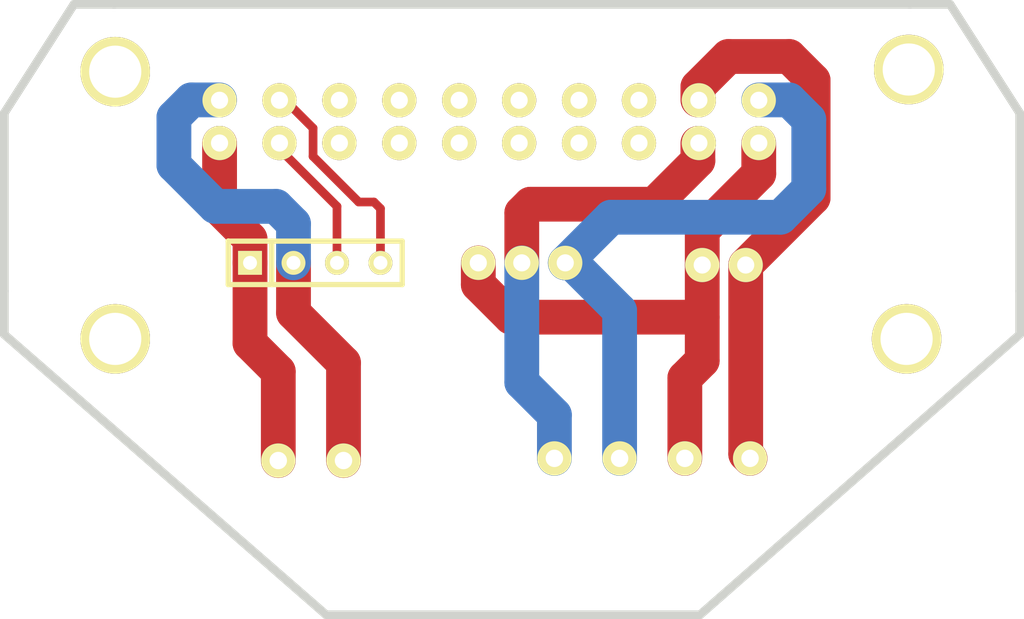
<source format=kicad_pcb>
(kicad_pcb (version 4) (host json2kicad_pcb "2021-02-05 00:02:14")

  (general
    (links 0)
    (no_connects 0)
    (area -28.575 -15.75 30.734 21.463)
    (thickness 1.6002)
    (drawings 0)
    (tracks 62)
    (zones 0)
    (modules 10)
    (nets 93)
  )

  (page A3)
  (title_block
    (date "30 dec 2015")
  )

  (layers
  (0 B.Cu signal)
  (1 Inner1.Cu signal)
  (2 Inner2.Cu signal)
  (15 F.Cu signal)
  (20 B.SilkS user)
  (21 F.SilkS user)
  (22 B.Paste user)
  (23 F.Paste user)
  (24 Dwgs.User user)
  (25 Cmts.User user)
  (26 Eco1.User user)
  (27 Eco2.User user)
  (28 Edge.Cuts user)
  (31 B.Cu signal)
  (32 B.Adhes user)
  (33 F.Adhes user)
  (34 B.Paste user)
  (35 F.Paste user)
  (36 B.SilkS user)
  (37 F.SilkS user)
  (38 B.Mask user)
  (39 F.Mask user)
  (40 Dwgs.User user)
  (41 Cmts.User user)
  (42 Eco1.User user)
  (43 Eco2.User user)
  (44 Edge.Cuts user)
  )

  (setup
(last_trace_width 0.254)
    (trace_clearance 0.254)
    (zone_clearance 0.508)
    (zone_45_only no)
    (trace_min 0.254)
    (segment_width 0.2)
    (edge_width 0.1)
    (via_size 1.19888)
    (via_drill 0.635)
    (via_min_size 0.889)
    (via_min_drill 0.508)
    (uvia_size 0.508)
    (uvia_drill 0.127)
    (uvias_allowed no)
    (uvia_min_size 0.508)
    (uvia_min_drill 0.127)
    (pcb_text_width 0.3)
    (pcb_text_size 1.5 1.5)
    (mod_edge_width 0.15)
    (mod_text_size 1 1)
    (mod_text_width 0.15)
    (pad_size 1.5 1.5)
    (pad_drill 0.6)
    (pad_to_mask_clearance 0)
    (aux_axis_origin 0 0)
    (visible_elements 7FFFFFFF)
    (pcbplotparams
      (layerselection 0x00030_80000001)
      (usegerberextensions true)
      (excludeedgelayer true)
      (linewidth 0.150000)
      (plotframeref false)
      (viasonmask false)
      (mode 1)
      (useauxorigin false)
      (hpglpennumber 1)
      (hpglpenspeed 20)
      (hpglpendiameter 15)
      (hpglpenoverlay 2)
      (psnegative false)
      (psa4output false)
      (plotreference true)
      (plotvalue true)
      (plotinvisibletext false)
      (padsonsilk false)
      (subtractmaskfromsilk false)
      (outputformat 1)
      (mirror false)
      (drillshape 1)
      (scaleselection 1)
      (outputdirectory ""))
  )

  (net 0 "")
  (net 1 "N-00001")
  (net 2 "N-00002")
  (net 3 "N-00003")
  (net 4 "N-00004")
  (net 5 "N-00005")
  (net 6 "N-00006")
  (net 7 "N-00007")
  (net 8 "N-00008")
  (net 9 "N-00009")
  (net 10 "N-00010")
  (net 11 "N-00011")
  (net 12 "N-00012")
  (net 13 "N-00013")
  (net 14 "N-00014")
  (net 15 "N-00015")
  (net 16 "N-00016")
  (net 17 "N-00017")
  (net 18 "N-00018")
  (net 19 "N-00019")
  (net 20 "N-00020")
  (net 21 "N-00021")
  (net 22 "N-00022")
  (net 23 "N-00023")
  (net 24 "N-00024")
  (net 25 "N-00025")
  (net 26 "N-00026")
  (net 27 "N-00027")
  (net 28 "N-00028")
  (net 29 "N-00029")
  (net 30 "N-00030")
  (net 31 "N-00031")
  (net 32 "N-00032")
  (net 33 "N-00033")
  (net 34 "N-00034")
  (net 35 "N-00035")
  (net 36 "N-00036")
  (net 37 "N-00037")
  (net 38 "N-00038")
  (net 39 "N-00039")
  (net 40 "N-00040")
  (net 41 "N-00041")
  (net 42 "N-00042")
  (net 43 "N-00043")
  (net 44 "N-00044")
  (net 45 "N-00045")
  (net 46 "N-00046")
  (net 47 "N-00047")
  (net 48 "N-00048")
  (net 49 "N-00049")
  (net 50 "N-00050")
  (net 51 "N-00051")
  (net 52 "N-00052")
  (net 53 "N-00053")
  (net 54 "N-00054")
  (net 55 "N-00055")
  (net 56 "N-00056")
  (net 57 "N-00057")
  (net 58 "N-00058")
  (net 59 "N-00059")
  (net 60 "N-00060")
  (net 61 "N-00061")
  (net 62 "N-00062")
  (net 63 "N-00063")
  (net 64 "N-00064")
  (net 65 "N-00065")
  (net 66 "N-00066")
  (net 67 "N-00067")
  (net 68 "N-00068")
  (net 69 "N-00069")
  (net 70 "N-00070")
  (net 75 "N-00075")
  (net 80 "N-00080")
  (net 76 "N-00076")
  (net 81 "N-00081")
  (net 82 "N-00082")
  (net 83 "N-00083")
  (net 84 "N-00084")
  (net 85 "N-00085")
  (net 88 "N-00088")
  (net 89 "N-00089")
  (net 90 "N-00090")
  (net 91 "N-00091")
  (net 92 "N-00092")
  (net 93 "N-00093")
  (net 94 "N-00094")
  (net 95 "N-00095")
  (net 100 "N-00100")
  (net 110 "N-00110")
  (net 105 "N-00105")
  (net 103 "N-00103")
  (net 112 "N-00112")
  (net 113 "N-00113")

  (net_class Default "This is the default net class."
    (via_dia 1.19888)
    (via_drill 0.635)
    (uvia_drill 0.127)
    (trace_width 0.254)
    (uvia_dia 0.508)
    (clearance 0.254)
    (add_net "")
    (add_net "N-00001")
    (add_net "N-00002")
    (add_net "N-00003")
    (add_net "N-00004")
    (add_net "N-00005")
    (add_net "N-00006")
    (add_net "N-00007")
    (add_net "N-00008")
    (add_net "N-00009")
    (add_net "N-00010")
    (add_net "N-00011")
    (add_net "N-00012")
    (add_net "N-00013")
    (add_net "N-00014")
    (add_net "N-00015")
    (add_net "N-00016")
    (add_net "N-00017")
    (add_net "N-00018")
    (add_net "N-00019")
    (add_net "N-00020")
    (add_net "N-00021")
    (add_net "N-00022")
    (add_net "N-00023")
    (add_net "N-00024")
    (add_net "N-00025")
    (add_net "N-00026")
    (add_net "N-00027")
    (add_net "N-00028")
    (add_net "N-00029")
    (add_net "N-00030")
    (add_net "N-00031")
    (add_net "N-00024")
    (add_net "N-00025")
    (add_net "N-00026")
    (add_net "N-00027")
    (add_net "N-00020")
    (add_net "N-00021")
    (add_net "N-00022")
    (add_net "N-00023")
    (add_net "N-00040")
    (add_net "N-00041")
    (add_net "N-00042")
    (add_net "N-00043")
    (add_net "N-00028")
    (add_net "N-00029")
    (add_net "N-00046")
    (add_net "N-00047")
    (add_net "N-00048")
    (add_net "")
    (add_net "N-00050")
    (add_net "N-00051")
    (add_net "N-00052")
    (add_net "N-00004")
    (add_net "N-00054")
    (add_net "N-00055")
    (add_net "N-00056")
    (add_net "N-00008")
    (add_net "N-00058")
    (add_net "N-00059")
    (add_net "N-00060")
    (add_net "N-00061")
    (add_net "N-00062")
    (add_net "N-00063")
    (add_net "N-00064")
    (add_net "N-00065")
    (add_net "N-00066")
    (add_net "N-00067")
    (add_net "N-00068")
    (add_net "N-00069")
    (add_net "N-00070")
    (add_net "N-00075")
    (add_net "N-00076")
    (add_net "N-00080")
    (add_net "N-00081")
    (add_net "N-00082")
    (add_net "N-00083")
    (add_net "N-00084")
    (add_net "N-00085")
    (add_net "N-00088")
    (add_net "N-00089")
    (add_net "N-00090")
    (add_net "N-00091")
    (add_net "N-00092")
    (add_net "N-00093")
    (add_net "N-00094")
    (add_net "N-00095")
    (add_net "N-00059")
    (add_net "N-00058")
    (add_net "N-00103")
    (add_net "N-00055")
    (add_net "N-00054")
    (add_net "N-00057")
    (add_net "N-00056")
    (add_net "N-00051")
    (add_net "N-00050")
    (add_net "N-00053")
    (add_net "N-00052")
    (add_net "N-00112")
    (add_net "N-00113")
    (add_net "N-00105")
    (add_net "N-00088")
    (add_net "N-00089")
    (add_net "N-00110")
    (add_net "N-00113")
    (add_net "N-00112")
    (add_net "N-00082")
    (add_net "N-00039")
    (add_net "N-00080")
    (add_net "N-00081")
    (add_net "N-00084")
    (add_net "N-00085")
    (add_net "N-00110")
    (add_net "N-00003")
    (add_net "N-00007")
    (add_net "N-00032")
    (add_net "N-00033")
    (add_net "N-00034")
    (add_net "N-00035")
    (add_net "N-00036")
    (add_net "N-00100")
    (add_net "N-00037")
    (add_net "N-00039")
    (add_net "N-00038")
    (add_net "N-00038")
    (add_net "N-00033")
    (add_net "N-00032")
    (add_net "N-00031")
    (add_net "N-00030")
    (add_net "N-00037")
    (add_net "N-00036")
    (add_net "N-00035")
    (add_net "N-00034")
    (add_net "N-00044")
    (add_net "N-00045")
    (add_net "N-00060")
    (add_net "N-00061")
    (add_net "N-00062")
    (add_net "N-00063")
    (add_net "N-00064")
    (add_net "N-00065")
    (add_net "N-00066")
    (add_net "N-00067")
    (add_net "N-00068")
    (add_net "N-00069")
    (add_net "N-00049")
    (add_net "N-00002")
    (add_net "N-00006")
    (add_net "N-00105")
    (add_net "N-00053")
    (add_net "N-00057")
    (add_net "N-00091")
    (add_net "N-00090")
    (add_net "N-00093")
    (add_net "N-00092")
    (add_net "N-00095")
    (add_net "N-00094")
    (add_net "N-00011")
    (add_net "N-00010")
    (add_net "N-00013")
    (add_net "N-00012")
    (add_net "N-00015")
    (add_net "N-00014")
    (add_net "N-00017")
    (add_net "N-00016")
    (add_net "N-00019")
    (add_net "N-00018")
    (add_net "N-00103")
    (add_net "N-00083")
    (add_net "N-00048")
    (add_net "N-00049")
    (add_net "N-00046")
    (add_net "N-00047")
    (add_net "N-00044")
    (add_net "N-00045")
    (add_net "N-00042")
    (add_net "N-00043")
    (add_net "N-00040")
    (add_net "N-00041")
    (add_net "N-00001")
    (add_net "N-00005")
    (add_net "N-00009")
    (add_net "N-00100")
    (add_net "N-00076")
    (add_net "N-00075")
    (add_net "N-00070")
  )
  (segment (start 16.764 -1.778) (end 6.858 -1.778) (width 2.032) (layer F.Cu) (net 70))
  (module "meow"
    (layer "F.Cu")
    (tedit 0)
    (tstamp 0)
    (at 1.651 0.889 90.00)
    (fp_text reference ""
      (at 0.0 0.0 0.00)
      (layer F.SilkS)
      (effects (font (size 0.0 0.0)
        (thickness 0.0)))
    )
    (fp_text reference ""
      (at 0.0 0.0 0.00)
      (layer F.SilkS)
      (effects (font (size 0.0 0.0)
        (thickness 0.0)))
    )
    (pad 1 thru_hole circle (at 0.0 -2.54 90.00) (size 2.0 2.0) (drill 1.0) (layers "B.Cu" "Inner1.Cu" "Inner2.Cu" "F.Cu" "F.SilkS" "B.Paste" "F.Paste") (net 69 N-00069))
    (pad 2 thru_hole circle (at 0.0 0.0 90.00) (size 2.0 2.0) (drill 1.0) (layers "B.Cu" "Inner1.Cu" "Inner2.Cu" "F.Cu" "F.SilkS" "B.Paste" "F.Paste") (net 67 N-00067))
    (pad 3 thru_hole circle (at 0.0 2.54 90.00) (size 2.0 2.0) (drill 1.0) (layers "B.Cu" "Inner1.Cu" "Inner2.Cu" "F.Cu" "F.SilkS" "B.Paste" "F.Paste") (net 70 N-00070))
  )

  (segment (start 11.938 -8.636) (end 11.938 -9.398) (width 2.032) (layer B.Cu) (net 68))
  (module "meow"
    (layer "F.Cu")
    (tedit 0)
    (tstamp 0)
    (at 13.462 1.016 90.00)
    (fp_text reference ""
      (at 0.0 0.0 0.00)
      (layer F.SilkS)
      (effects (font (size 0.0 0.0)
        (thickness 0.0)))
    )
    (fp_text reference ""
      (at 0.0 0.0 0.00)
      (layer F.SilkS)
      (effects (font (size 0.0 0.0)
        (thickness 0.0)))
    )
    (pad 1 thru_hole circle (at 0.0 -1.27 90.00) (size 2.0 2.0) (drill 1.0) (layers "B.Cu" "Inner1.Cu" "Inner2.Cu" "F.Cu" "F.SilkS" "B.Paste" "F.Paste") (net 69 N-00069))
    (pad 2 thru_hole circle (at 0.0 1.27 90.00) (size 2.0 2.0) (drill 1.0) (layers "B.Cu" "Inner1.Cu" "Inner2.Cu" "F.Cu" "F.SilkS" "B.Paste" "F.Paste") (net 68 N-00068))
  )

  (segment (start 12.192 -1.016) (end 15.494 -4.318) (width 2.032) (layer B.Cu) (net 69))
  (segment (start 15.494 -4.318) (end 15.494 -6.096) (width 2.032) (layer B.Cu) (net 69))
  (segment (start 12.192 1.016) (end 12.192 -1.016) (width 2.032) (layer B.Cu) (net 69))
  (segment (start 1.016 4.064) (end 12.192 4.064) (width 2.032) (layer B.Cu) (net 69))
  (segment (start -14.224 0.889) (end -14.224 5.588) (width 2.032) (layer B.Cu) (net 51))
  (segment (start -12.573 7.239) (end -12.573 12.446) (width 2.032) (layer B.Cu) (net 51))
  (segment (start -14.224 5.588) (end -12.573 7.239) (width 2.032) (layer B.Cu) (net 51))
  (segment (start -11.684 0.889) (end -11.684 3.81) (width 2.032) (layer B.Cu) (net 52))
  (segment (start -8.763 6.731) (end -8.763 12.446) (width 2.032) (layer B.Cu) (net 52))
  (segment (start -11.684 3.81) (end -8.763 6.731) (width 2.032) (layer B.Cu) (net 52))
  (segment (start 11.176 12.319) (end 11.176 7.62) (width 2.032) (layer B.Cu) (net 69))
  (segment (start 15.494 -8.636) (end 15.367 -8.636) (width 0.508) (layer B.Cu) (net 70))
  (segment (start -0.889 0.889) (end -0.889 2.159) (width 2.032) (layer B.Cu) (net 69))
  (segment (start 1.651 -2.032) (end 1.651 0.889) (width 2.032) (layer B.Cu) (net 67))
  (segment (start 2.159 -2.54) (end 1.651 -2.032) (width 2.032) (layer B.Cu) (net 67))
  (segment (start 11.176 7.62) (end 12.192 6.604) (width 2.032) (layer B.Cu) (net 69))
  (segment (start 12.192 -1.016) (end 12.446 -1.27) (width 2.032) (layer B.Cu) (net 69))
  (segment (start 4.191 0.889) (end 4.572 0.889) (width 2.032) (layer F.Cu) (net 70))
  (segment (start 7.366 3.683) (end 7.366 12.319) (width 2.032) (layer F.Cu) (net 70))
  (segment (start 4.572 0.889) (end 7.366 3.683) (width 2.032) (layer F.Cu) (net 70))
  (segment (start 12.192 6.604) (end 12.192 1.016) (width 2.032) (layer B.Cu) (net 69))
  (segment (start 14.732 1.016) (end 14.732 12.065) (width 2.032) (layer B.Cu) (net 68))
  (segment (start 14.732 12.065) (end 14.986 12.319) (width 2.032) (layer B.Cu) (net 68))
  (segment (start 11.938 -9.398) (end 13.716 -11.176) (width 2.032) (layer B.Cu) (net 68))
  (module "SIL-4"
    (layer "F.Cu")
    (tedit 0)
    (tstamp 0)
    (at -10.414 0.889 0.00)
    (fp_text reference "SIL-4"
      (at -2.54 0.0 0.00)
      (layer F.SilkS)
      (effects (font (size 1.08712 0.0)
        (thickness 0.0)))
    )
    (fp_text value "Val**"
      (at -2.54 0.0 0.00)
      (layer F.SilkS)
      (effects (font (size 1.016 0.0)
        (thickness 0.0)))
    )
    (fp_line (start -5.08 -1.27) (end -5.08 -1.27) (layer F.SilkS) (width 0.3048))
    (fp_line (start -5.08 1.27) (end -5.08 -1.27) (layer F.SilkS) (width 0.3048))
    (fp_line (start -5.08 -1.27) (end -5.08 -1.27) (layer F.SilkS) (width 0.3048))
    (fp_line (start -5.08 -1.27) (end 5.08 -1.27) (layer F.SilkS) (width 0.3048))
    (fp_line (start 5.08 -1.27) (end 5.08 1.27) (layer F.SilkS) (width 0.3048))
    (fp_line (start 5.08 1.27) (end -5.08 1.27) (layer F.SilkS) (width 0.3048))
    (fp_line (start -2.54 1.27) (end -2.54 -1.27) (layer F.SilkS) (width 0.3048))
    (pad 1 thru_hole rect (at -3.81 0.0 0.00) (size 1.397 1.397) (drill 0.8128) (layers "B.Cu" "Inner1.Cu" "Inner2.Cu" "F.Cu" "F.SilkS" "B.Paste" "F.Paste") (net 51 N-00051))
    (pad 2 thru_hole circle (at -1.27 0.0 0.00) (size 1.397 1.397) (drill 0.8128) (layers "B.Cu" "Inner1.Cu" "Inner2.Cu" "F.Cu" "F.SilkS" "B.Paste" "F.Paste") (net 52 N-00052))
    (pad 3 thru_hole circle (at 1.27 0.0 0.00) (size 1.397 1.397) (drill 0.8128) (layers "B.Cu" "Inner1.Cu" "Inner2.Cu" "F.Cu" "F.SilkS" "B.Paste" "F.Paste") (net 53 N-00053))
    (pad 4 thru_hole circle (at 3.81 0.0 0.00) (size 1.397 1.397) (drill 0.8128) (layers "B.Cu" "Inner1.Cu" "Inner2.Cu" "F.Cu" "F.SilkS" "B.Paste" "F.Paste") (net 54 N-00054))
  )

  (segment (start -12.446 -8.636) (end -12.192 -8.636) (width 0.508) (layer B.Cu) (net 54))
  (segment (start -12.192 -8.636) (end -10.541 -6.985) (width 0.508) (layer B.Cu) (net 54))
  (segment (start -10.541 -6.985) (end -10.541 -5.334) (width 0.508) (layer B.Cu) (net 54))
  (segment (start -10.541 -5.334) (end -7.874 -2.667) (width 0.508) (layer B.Cu) (net 54))
  (segment (start -7.874 -2.667) (end -6.985 -2.667) (width 0.508) (layer B.Cu) (net 54))
  (segment (start -6.985 -2.667) (end -6.604 -2.286) (width 0.508) (layer B.Cu) (net 54))
  (segment (start -6.604 -2.286) (end -6.604 0.889) (width 0.508) (layer B.Cu) (net 54))
  (segment (start -12.446 -6.096) (end -12.446 -5.715) (width 0.508) (layer B.Cu) (net 53))
  (segment (start -12.446 -5.715) (end -9.144 -2.413) (width 0.508) (layer B.Cu) (net 53))
  (segment (start -9.144 -2.413) (end -9.144 0.889) (width 0.508) (layer B.Cu) (net 53))
  (segment (start -11.684 -1.397) (end -11.684 0.889) (width 2.032) (layer F.Cu) (net 52))
  (segment (start -12.7 -2.413) (end -11.684 -1.397) (width 2.032) (layer F.Cu) (net 52))
  (segment (start -18.669 -7.62) (end -18.669 -4.826) (width 2.032) (layer F.Cu) (net 52))
  (segment (start 17.272 -11.176) (end 18.669 -9.779) (width 2.032) (layer B.Cu) (net 68))
  (segment (start 13.716 -11.176) (end 17.272 -11.176) (width 2.032) (layer B.Cu) (net 68))
  (segment (start -17.653 -8.636) (end -18.669 -7.62) (width 2.032) (layer F.Cu) (net 52))
  (segment (start -16.002 -6.096) (end -16.002 -2.286) (width 2.032) (layer B.Cu) (net 51))
  (segment (start -16.002 -8.636) (end -17.653 -8.636) (width 2.032) (layer F.Cu) (net 52))
  (module "1pin"
    (layer "F.Cu")
    (tedit 0)
    (tstamp 0)
    (at -22.098 -10.287 0.00)
    (fp_text reference "1PIN"
      (at -3.048 0.0 0.00)
      (layer F.SilkS)
      (effects (font (size 1.016 0.0)
        (thickness 0.0)))
    )
    (fp_text value "P***"
      (at 2.794 0.0 0.00)
      (layer F.SilkS)
      (effects (font (size 1.016 0.0)
        (thickness 0.0)))
    )
    (pad 1 thru_hole circle (at 0.0 0.0 0.00) (size 4.064 4.064) (drill 3.048) (layers "B.Cu" "Inner1.Cu" "Inner2.Cu" "F.Cu" "F.SilkS" "B.Paste" "F.Paste") (net 82 N-00082))
  )

  (module "1pin"
    (layer "F.Cu")
    (tedit 0)
    (tstamp 0)
    (at 24.257 -10.414 0.00)
    (fp_text reference "1PIN"
      (at -3.048 0.0 0.00)
      (layer F.SilkS)
      (effects (font (size 1.016 0.0)
        (thickness 0.0)))
    )
    (fp_text value "P***"
      (at 2.794 0.0 0.00)
      (layer F.SilkS)
      (effects (font (size 1.016 0.0)
        (thickness 0.0)))
    )
    (pad 1 thru_hole circle (at 0.0 0.0 0.00) (size 4.064 4.064) (drill 3.048) (layers "B.Cu" "Inner1.Cu" "Inner2.Cu" "F.Cu" "F.SilkS" "B.Paste" "F.Paste") (net 83 N-00083))
  )

  (module "1pin"
    (layer "F.Cu")
    (tedit 0)
    (tstamp 0)
    (at -22.098 5.334 0.00)
    (fp_text reference "1PIN"
      (at -3.048 0.0 0.00)
      (layer F.SilkS)
      (effects (font (size 1.016 0.0)
        (thickness 0.0)))
    )
    (fp_text value "P***"
      (at 2.794 0.0 0.00)
      (layer F.SilkS)
      (effects (font (size 1.016 0.0)
        (thickness 0.0)))
    )
    (pad 1 thru_hole circle (at 0.0 0.0 0.00) (size 4.064 4.064) (drill 3.048) (layers "B.Cu" "Inner1.Cu" "Inner2.Cu" "F.Cu" "F.SilkS" "B.Paste" "F.Paste") (net 84 N-00084))
  )

  (module "1pin"
    (layer "F.Cu")
    (tedit 0)
    (tstamp 0)
    (at 24.13 5.334 0.00)
    (fp_text reference "1PIN"
      (at -3.048 0.0 0.00)
      (layer F.SilkS)
      (effects (font (size 1.016 0.0)
        (thickness 0.0)))
    )
    (fp_text value "P***"
      (at 2.794 0.0 0.00)
      (layer F.SilkS)
      (effects (font (size 1.016 0.0)
        (thickness 0.0)))
    )
    (pad 1 thru_hole circle (at 0.0 0.0 0.00) (size 4.064 4.064) (drill 3.048) (layers "B.Cu" "Inner1.Cu" "Inner2.Cu" "F.Cu" "F.SilkS" "B.Paste" "F.Paste") (net 85 N-00085))
  )

  (gr_line (start -22.225 -14.224) (end 24.384 -14.224) (angle 51566.20) (width 0.508) (layer Edge.Cuts))
  (module "meow"
    (layer "F.Cu")
    (tedit 0)
    (tstamp 0)
    (at -10.668 12.446 -90.00)
    (fp_text reference ">NAME"
      (at 0.0 0.0 0.00)
      (layer F.SilkS)
      (effects (font (size 0.0 0.0)
        (thickness 0.0)))
    )
    (fp_text reference "val**"
      (at 0.0 0.0 0.00)
      (layer F.SilkS)
      (effects (font (size 0.0 0.0)
        (thickness 0.0)))
    )
    (pad 1 thru_hole circle (at 0.0 -1.905 -90.00) (size 1.99898 1.99898) (drill 1.016) (layers "B.Cu" "Inner1.Cu" "Inner2.Cu" "F.Cu" "F.SilkS" "B.Paste" "F.Paste") (net 52 N-00052))
    (pad 2 thru_hole circle (at 0.0 1.905 -90.00) (size 1.99898 1.99898) (drill 1.016) (layers "B.Cu" "Inner1.Cu" "Inner2.Cu" "F.Cu" "F.SilkS" "B.Paste" "F.Paste") (net 51 N-00051))
  )

  (gr_line (start -28.575 -7.874) (end -28.575 2.54) (angle 51566.20) (width 0.508) (layer Edge.Cuts))
  (gr_line (start 30.734 -7.874) (end 30.734 2.54) (angle 51566.20) (width 0.508) (layer Edge.Cuts))
  (segment (start 6.858 -1.778) (end 4.191 0.889) (width 2.032) (layer F.Cu) (net 70))
  (segment (start 3.556 9.779) (end 3.556 12.319) (width 2.032) (layer F.Cu) (net 67))
  (segment (start 1.651 7.874) (end 3.556 9.779) (width 2.032) (layer F.Cu) (net 67))
  (module "meow"
    (layer "F.Cu")
    (tedit 0)
    (tstamp 0)
    (at -0.254 -7.366 90.00)
    (fp_text reference ""
      (at 0.0 0.0 0.00)
      (layer F.SilkS)
      (effects (font (size 0.0 0.0)
        (thickness 0.0)))
    )
    (fp_text reference ""
      (at 0.0 0.0 0.00)
      (layer F.SilkS)
      (effects (font (size 0.0 0.0)
        (thickness 0.0)))
    )
    (pad 1 thru_hole circle (at -1.25 -15.75 90.00) (size 2.0 2.0) (drill 1.0) (layers "B.Cu" "Inner1.Cu" "Inner2.Cu" "F.Cu" "F.SilkS" "B.Paste" "F.Paste") (net 51 N-00051))
    (pad 2 thru_hole circle (at 1.25 -15.75 90.00) (size 2.0 2.0) (drill 1.0) (layers "B.Cu" "Inner1.Cu" "Inner2.Cu" "F.Cu" "F.SilkS" "B.Paste" "F.Paste") (net 52 N-00052))
    (pad 3 thru_hole circle (at -1.25 -12.25 90.00) (size 2.0 2.0) (drill 1.0) (layers "B.Cu" "Inner1.Cu" "Inner2.Cu" "F.Cu" "F.SilkS" "B.Paste" "F.Paste") (net 53 N-00053))
    (pad 4 thru_hole circle (at 1.25 -12.25 90.00) (size 2.0 2.0) (drill 1.0) (layers "B.Cu" "Inner1.Cu" "Inner2.Cu" "F.Cu" "F.SilkS" "B.Paste" "F.Paste") (net 54 N-00054))
    (pad 5 thru_hole circle (at -1.25 -8.75 90.00) (size 2.0 2.0) (drill 1.0) (layers "B.Cu" "Inner1.Cu" "Inner2.Cu" "F.Cu" "F.SilkS" "B.Paste" "F.Paste") (net 55 N-00055))
    (pad 6 thru_hole circle (at 1.25 -8.75 90.00) (size 2.0 2.0) (drill 1.0) (layers "B.Cu" "Inner1.Cu" "Inner2.Cu" "F.Cu" "F.SilkS" "B.Paste" "F.Paste") (net 56 N-00056))
    (pad 7 thru_hole circle (at -1.25 -5.25 90.00) (size 2.0 2.0) (drill 1.0) (layers "B.Cu" "Inner1.Cu" "Inner2.Cu" "F.Cu" "F.SilkS" "B.Paste" "F.Paste") (net 57 N-00057))
    (pad 8 thru_hole circle (at 1.25 -5.25 90.00) (size 2.0 2.0) (drill 1.0) (layers "B.Cu" "Inner1.Cu" "Inner2.Cu" "F.Cu" "F.SilkS" "B.Paste" "F.Paste") (net 58 N-00058))
    (pad 9 thru_hole circle (at -1.25 -1.75 90.00) (size 2.0 2.0) (drill 1.0) (layers "B.Cu" "Inner1.Cu" "Inner2.Cu" "F.Cu" "F.SilkS" "B.Paste" "F.Paste") (net 59 N-00059))
    (pad 10 thru_hole circle (at 1.25 -1.75 90.00) (size 2.0 2.0) (drill 1.0) (layers "B.Cu" "Inner1.Cu" "Inner2.Cu" "F.Cu" "F.SilkS" "B.Paste" "F.Paste") (net 60 N-00060))
    (pad 11 thru_hole circle (at -1.25 1.75 90.00) (size 2.0 2.0) (drill 1.0) (layers "B.Cu" "Inner1.Cu" "Inner2.Cu" "F.Cu" "F.SilkS" "B.Paste" "F.Paste") (net 61 N-00061))
    (pad 12 thru_hole circle (at 1.25 1.75 90.00) (size 2.0 2.0) (drill 1.0) (layers "B.Cu" "Inner1.Cu" "Inner2.Cu" "F.Cu" "F.SilkS" "B.Paste" "F.Paste") (net 62 N-00062))
    (pad 13 thru_hole circle (at -1.25 5.25 90.00) (size 2.0 2.0) (drill 1.0) (layers "B.Cu" "Inner1.Cu" "Inner2.Cu" "F.Cu" "F.SilkS" "B.Paste" "F.Paste") (net 63 N-00063))
    (pad 14 thru_hole circle (at 1.25 5.25 90.00) (size 2.0 2.0) (drill 1.0) (layers "B.Cu" "Inner1.Cu" "Inner2.Cu" "F.Cu" "F.SilkS" "B.Paste" "F.Paste") (net 64 N-00064))
    (pad 15 thru_hole circle (at -1.25 8.75 90.00) (size 2.0 2.0) (drill 1.0) (layers "B.Cu" "Inner1.Cu" "Inner2.Cu" "F.Cu" "F.SilkS" "B.Paste" "F.Paste") (net 65 N-00065))
    (pad 16 thru_hole circle (at 1.25 8.75 90.00) (size 2.0 2.0) (drill 1.0) (layers "B.Cu" "Inner1.Cu" "Inner2.Cu" "F.Cu" "F.SilkS" "B.Paste" "F.Paste") (net 66 N-00066))
    (pad 17 thru_hole circle (at -1.25 12.25 90.00) (size 2.0 2.0) (drill 1.0) (layers "B.Cu" "Inner1.Cu" "Inner2.Cu" "F.Cu" "F.SilkS" "B.Paste" "F.Paste") (net 67 N-00067))
    (pad 18 thru_hole circle (at 1.25 12.25 90.00) (size 2.0 2.0) (drill 1.0) (layers "B.Cu" "Inner1.Cu" "Inner2.Cu" "F.Cu" "F.SilkS" "B.Paste" "F.Paste") (net 68 N-00068))
    (pad 19 thru_hole circle (at -1.25 15.75 90.00) (size 2.0 2.0) (drill 1.0) (layers "B.Cu" "Inner1.Cu" "Inner2.Cu" "F.Cu" "F.SilkS" "B.Paste" "F.Paste") (net 69 N-00069))
    (pad 20 thru_hole circle (at 1.25 15.75 90.00) (size 2.0 2.0) (drill 1.0) (layers "B.Cu" "Inner1.Cu" "Inner2.Cu" "F.Cu" "F.SilkS" "B.Paste" "F.Paste") (net 70 N-00070))
  )

  (segment (start 17.272 -8.636) (end 18.415 -7.493) (width 2.032) (layer F.Cu) (net 70))
  (segment (start 15.494 -8.636) (end 17.272 -8.636) (width 2.032) (layer F.Cu) (net 70))
  (module "meow"
    (layer "F.Cu")
    (tedit 0)
    (tstamp 0)
    (at 9.271 12.319 90.00)
    (fp_text reference ">NAME"
      (at 0.0 0.0 0.00)
      (layer F.SilkS)
      (effects (font (size 0.0 0.0)
        (thickness 0.0)))
    )
    (fp_text reference "val**"
      (at 0.0 0.0 0.00)
      (layer F.SilkS)
      (effects (font (size 0.0 0.0)
        (thickness 0.0)))
    )
    (pad 1 thru_hole circle (at 0.0 -5.715 90.00) (size 1.99898 1.99898) (drill 1.016) (layers "B.Cu" "Inner1.Cu" "Inner2.Cu" "F.Cu" "F.SilkS" "B.Paste" "F.Paste") (net 67 N-00067))
    (pad 2 thru_hole circle (at 0.0 -1.905 90.00) (size 1.99898 1.99898) (drill 1.016) (layers "B.Cu" "Inner1.Cu" "Inner2.Cu" "F.Cu" "F.SilkS" "B.Paste" "F.Paste") (net 70 N-00070))
    (pad 3 thru_hole circle (at 0.0 1.905 90.00) (size 1.99898 1.99898) (drill 1.016) (layers "B.Cu" "Inner1.Cu" "Inner2.Cu" "F.Cu" "F.SilkS" "B.Paste" "F.Paste") (net 69 N-00069))
    (pad 4 thru_hole circle (at 0.0 5.715 90.00) (size 1.99898 1.99898) (drill 1.016) (layers "B.Cu" "Inner1.Cu" "Inner2.Cu" "F.Cu" "F.SilkS" "B.Paste" "F.Paste") (net 68 N-00068))
  )

  (segment (start 18.415 -3.429) (end 16.764 -1.778) (width 2.032) (layer F.Cu) (net 70))
  (segment (start 18.415 -7.493) (end 18.415 -3.429) (width 2.032) (layer F.Cu) (net 70))
  (gr_line (start -9.779 21.463) (end 12.065 21.463) (angle 51566.20) (width 0.508) (layer Edge.Cuts))
  (segment (start -14.224 -0.508) (end -14.224 0.889) (width 2.032) (layer B.Cu) (net 51))
  (segment (start -16.002 -2.286) (end -14.224 -0.508) (width 2.032) (layer B.Cu) (net 51))
  (segment (start 18.669 -9.779) (end 18.669 -2.921) (width 2.032) (layer B.Cu) (net 68))
  (segment (start -18.669 -4.826) (end -16.256 -2.413) (width 2.032) (layer F.Cu) (net 52))
  (segment (start -16.256 -2.413) (end -12.7 -2.413) (width 2.032) (layer F.Cu) (net 52))
  (segment (start 18.669 -2.921) (end 14.732 1.016) (width 2.032) (layer B.Cu) (net 68))
  (segment (start -0.889 2.159) (end 1.016 4.064) (width 2.032) (layer B.Cu) (net 69))
  (segment (start 11.938 -6.096) (end 11.938 -5.08) (width 2.032) (layer B.Cu) (net 67))
  (segment (start 11.938 -5.08) (end 9.398 -2.54) (width 2.032) (layer B.Cu) (net 67))
  (segment (start 9.398 -2.54) (end 2.159 -2.54) (width 2.032) (layer B.Cu) (net 67))
  (segment (start 1.651 0.889) (end 1.651 7.874) (width 2.032) (layer F.Cu) (net 67))
  (gr_line (start -22.098 -14.224) (end -24.511 -14.224) (angle 51566.20) (width 0.508) (layer Edge.Cuts))
  (gr_line (start -24.511 -14.224) (end -28.575 -7.874) (angle 51566.20) (width 0.508) (layer Edge.Cuts))
  (gr_line (start 24.257 -14.224) (end 26.67 -14.224) (angle 51566.20) (width 0.508) (layer Edge.Cuts))
  (gr_line (start 26.67 -14.224) (end 30.734 -7.874) (angle 51566.20) (width 0.508) (layer Edge.Cuts))
  (gr_line (start 30.734 2.54) (end 30.734 5.08) (angle 51566.20) (width 0.508) (layer Edge.Cuts))
  (gr_line (start 30.734 5.08) (end 12.065 21.463) (angle 51566.20) (width 0.508) (layer Edge.Cuts))
  (gr_line (start -28.575 2.54) (end -28.575 5.08) (angle 51566.20) (width 0.508) (layer Edge.Cuts))
  (gr_line (start -28.575 5.08) (end -9.779 21.463) (angle 51566.20) (width 0.508) (layer Edge.Cuts))
)

</source>
